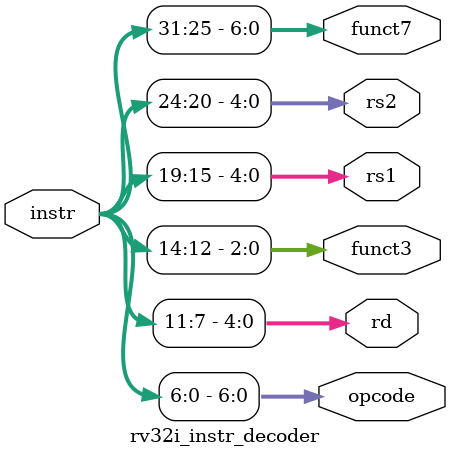
<source format=v>
module rv32i_instr_decoder (
    input  wire [31:0] instr,

    output wire [6:0]  opcode,
    output wire [4:0]  rd,
    output wire [2:0]  funct3,
    output wire [4:0]  rs1,
    output wire [4:0]  rs2,
    output wire [6:0]  funct7
);
    assign opcode = instr[6:0];
    assign rd     = instr[11:7];
    assign funct3 = instr[14:12];
    assign rs1    = instr[19:15];
    assign rs2    = instr[24:20];
    assign funct7 = instr[31:25];

endmodule
</source>
